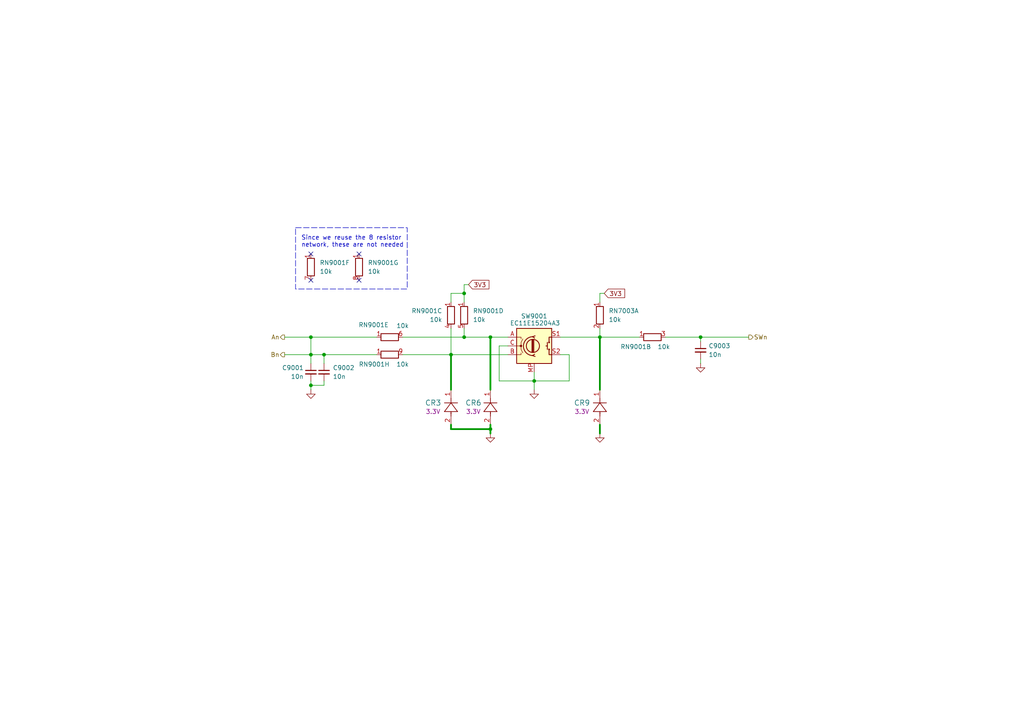
<source format=kicad_sch>
(kicad_sch (version 20250114) (generator "eeschema") (generator_version "9.0")
  (paper "A4")
  (lib_symbols
    (symbol "Device:C_Small" (pin_numbers (hide yes)) (pin_names (offset 0.254) (hide yes))
      (property "Reference" "C" (at 0.254 1.778 0))
      (property "Value" "C_Small" (at 0.254 -2.032 0))
      (symbol "C_Small_0_1"
        (polyline (pts (xy -1.524 0.508) (xy 1.524 0.508)) (stroke (width 0.3048)))
        (polyline (pts (xy -1.524 -0.508) (xy 1.524 -0.508)) (stroke (width 0.3302)))
      )
      (symbol "C_Small_1_1"
        (pin passive line (at 0 2.54 270) (length 2.032) (name "~") (number "1"))
        (pin passive line (at 0 -2.54 90) (length 2.032) (name "~") (number "2"))
      )
    )
    (symbol "Device:R_Network08_Split" (pin_names (offset 0) (hide yes))
      (property "Reference" "RN" (at 2.032 0 90))
      (property "Value" "R_Network08_Split" (at 0 0 90))
      (symbol "R_Network08_Split_0_1"
        (rectangle (start 1.016 2.54) (end -1.016 -2.54) (stroke (width 0.254)))
        (pin passive line (at 0 3.81 270) (length 1.27) (name "R1") (number "1"))
      )
      (symbol "R_Network08_Split_1_1"
        (pin passive line (at 0 -3.81 90) (length 1.27) (name "R1.2") (number "2"))
      )
      (symbol "R_Network08_Split_2_1"
        (pin passive line (at 0 -3.81 90) (length 1.27) (name "R2.2") (number "3"))
      )
      (symbol "R_Network08_Split_3_1"
        (pin passive line (at 0 -3.81 90) (length 1.27) (name "R3.2") (number "4"))
      )
      (symbol "R_Network08_Split_4_1"
        (pin passive line (at 0 -3.81 90) (length 1.27) (name "R4.2") (number "5"))
      )
      (symbol "R_Network08_Split_5_1"
        (pin passive line (at 0 -3.81 90) (length 1.27) (name "R5.2") (number "6"))
      )
      (symbol "R_Network08_Split_6_1"
        (pin passive line (at 0 -3.81 90) (length 1.27) (name "R6.2") (number "7"))
      )
      (symbol "R_Network08_Split_7_1"
        (pin passive line (at 0 -3.81 90) (length 1.27) (name "R7.2") (number "8"))
      )
      (symbol "R_Network08_Split_8_1"
        (pin passive line (at 0 -3.81 90) (length 1.27) (name "R8.2") (number "9"))
      )
    )
    (symbol "Device:RotaryEncoder_Switch_MP" (pin_names (offset 0.254) (hide yes))
      (property "Reference" "SW" (at 0 8.89 0))
      (property "Value" "RotaryEncoder_Switch_MP" (at 0 6.35 0))
      (symbol "RotaryEncoder_Switch_MP_0_1"
        (rectangle (start -5.08 5.08) (end 5.08 -5.08) (stroke (width 0.254)) (fill (type background)))
        (polyline (pts (xy -5.08 2.54) (xy -3.81 2.54) (xy -3.81 2.032)))
        (polyline (pts (xy -5.08 0) (xy -3.81 0) (xy -3.81 -1.016) (xy -3.302 -2.032)))
        (polyline (pts (xy -5.08 -2.54) (xy -3.81 -2.54) (xy -3.81 -2.032)))
        (polyline (pts (xy -4.318 0) (xy -3.81 0) (xy -3.81 1.016) (xy -3.302 2.032)))
        (circle (center -3.81 0) (radius 0.254) (fill (type outline)))
        (polyline (pts (xy -0.635 -1.778) (xy -0.635 1.778)) (stroke (width 0.254)))
        (circle (center -0.381 0) (radius 1.905) (stroke (width 0.254)))
        (polyline (pts (xy -0.381 -1.778) (xy -0.381 1.778)) (stroke (width 0.254)))
        (arc (start -0.381 -2.794) (mid -3.0988 -0.0635) (end -0.381 2.667) (stroke (width 0.254)))
        (polyline (pts (xy -0.127 1.778) (xy -0.127 -1.778)) (stroke (width 0.254)))
        (polyline (pts (xy 0.254 2.921) (xy -0.508 2.667) (xy 0.127 2.286)) (stroke (width 0.254)))
        (polyline (pts (xy 0.254 -3.048) (xy -0.508 -2.794) (xy 0.127 -2.413)) (stroke (width 0.254)))
        (polyline (pts (xy 3.81 1.016) (xy 3.81 -1.016)) (stroke (width 0.254)))
        (polyline (pts (xy 3.81 0) (xy 3.429 0)) (stroke (width 0.254)))
        (circle (center 4.318 1.016) (radius 0.127) (stroke (width 0.254)))
        (circle (center 4.318 -1.016) (radius 0.127) (stroke (width 0.254)))
        (polyline (pts (xy 5.08 2.54) (xy 4.318 2.54) (xy 4.318 1.016)) (stroke (width 0.254)))
        (polyline (pts (xy 5.08 -2.54) (xy 4.318 -2.54) (xy 4.318 -1.016)) (stroke (width 0.254)))
      )
      (symbol "RotaryEncoder_Switch_MP_1_1"
        (pin passive line (at -7.62 2.54 0) (length 2.54) (name "A") (number "A"))
        (pin passive line (at -7.62 0 0) (length 2.54) (name "C") (number "C"))
        (pin passive line (at -7.62 -2.54 0) (length 2.54) (name "B") (number "B"))
        (pin passive line (at 0 -7.62 90) (length 2.54) (name "MP") (number "MP"))
        (pin passive line (at 7.62 2.54 180) (length 2.54) (name "S1") (number "S1"))
        (pin passive line (at 7.62 -2.54 180) (length 2.54) (name "S2") (number "S2"))
      )
    )
    (symbol "PJSD03TS-AU_R1_000A1:PJSD03TS-AU_R1_000A1" (pin_names (offset 0.254))
      (property "Reference" "CR" (at 5.08 4.445 0))
      (property "Value" "PJSD03TS-AU_R1_000A1" (at 5.08 -3.81 0))
      (symbol "PJSD03TS-AU_R1_000A1_1_1"
        (polyline (pts (xy 2.54 0) (xy 3.4798 0)) (stroke (width 0.2032)))
        (polyline (pts (xy 3.175 0) (xy 3.81 0)) (stroke (width 0.2032)))
        (polyline (pts (xy 3.81 1.905) (xy 3.81 -1.905)) (stroke (width 0.2032)))
        (polyline (pts (xy 3.81 -1.905) (xy 6.35 0)) (stroke (width 0.2032)))
        (polyline (pts (xy 6.35 0) (xy 3.81 1.905)) (stroke (width 0.2032)))
        (polyline (pts (xy 6.35 0) (xy 7.62 0)) (stroke (width 0.2032)))
        (polyline (pts (xy 6.35 -1.905) (xy 6.35 1.905)) (stroke (width 0.2032)))
        (pin unspecified line (at 0 0 0) (length 2.54) (name "") (number "2"))
        (pin unspecified line (at 10.16 0 180) (length 2.54) (name "") (number "1"))
      )
      (symbol "PJSD03TS-AU_R1_000A1_1_2"
        (polyline (pts (xy -1.905 3.81) (xy 1.905 3.81)) (stroke (width 0.2032)))
        (polyline (pts (xy 0 6.35) (xy -1.905 3.81)) (stroke (width 0.2032)))
        (polyline (pts (xy 0 6.35) (xy 0 7.62)) (stroke (width 0.2032)))
        (polyline (pts (xy 0 3.175) (xy 0 3.81)) (stroke (width 0.2032)))
        (polyline (pts (xy 0 2.54) (xy 0 3.4798)) (stroke (width 0.2032)))
        (polyline (pts (xy 1.905 6.35) (xy -1.905 6.35)) (stroke (width 0.2032)))
        (polyline (pts (xy 1.905 3.81) (xy 0 6.35)) (stroke (width 0.2032)))
        (pin unspecified line (at 0 10.16 270) (length 2.54) (name "") (number "1"))
        (pin unspecified line (at 0 0 90) (length 2.54) (name "") (number "2"))
      )
    )
    (symbol "power:GND" (power) (pin_numbers (hide yes)) (pin_names (offset 0) (hide yes))
      (property "Value" "GND" (at 0 -3.81 0))
      (symbol "GND_0_1"
        (polyline (pts (xy 0 0) (xy 0 -1.27) (xy 1.27 -1.27) (xy 0 -2.54) (xy -1.27 -1.27) (xy 0 -1.27)))
      )
      (symbol "GND_1_1"
        (pin power_in line (at 0 0 270) (length 0) (name "~") (number "1"))
      )
    )
  )
  (rectangle (start 85.725 66.04) (end 118.11 83.82) (stroke (width 0) (type dash)))
  (text "Since we reuse the 8 resistor\nnetwork, these are not needed" (at 87.376 70.104 0) (effects (font (size 1.27 1.27)) (justify left)))
  (junction (at 154.94 110.49))
  (junction (at 134.62 85.09))
  (junction (at 93.98 102.87))
  (junction (at 134.62 97.79))
  (junction (at 203.2 97.79))
  (junction (at 90.17 102.87))
  (junction (at 142.24 97.79))
  (junction (at 90.17 97.79))
  (junction (at 142.24 124.46))
  (junction (at 90.17 111.76))
  (junction (at 173.99 97.79))
  (junction (at 130.81 102.87))
  (no_connect (at 90.17 73.66))
  (no_connect (at 104.14 73.66))
  (no_connect (at 104.14 81.28))
  (no_connect (at 90.17 81.28))
  (wire (pts (xy 173.99 113.03) (xy 173.99 97.79)) (stroke (width 0.508)))
  (wire (pts (xy 135.89 82.55) (xy 134.62 82.55)))
  (wire (pts (xy 173.99 97.79) (xy 185.42 97.79)))
  (wire (pts (xy 90.17 102.87) (xy 90.17 105.41)))
  (wire (pts (xy 116.84 102.87) (xy 130.81 102.87)))
  (wire (pts (xy 130.81 124.46) (xy 142.24 124.46)) (stroke (width 0.508)))
  (wire (pts (xy 142.24 123.19) (xy 142.24 124.46)) (stroke (width 0.508)))
  (wire (pts (xy 203.2 97.79) (xy 203.2 99.06)))
  (wire (pts (xy 144.78 110.49) (xy 154.94 110.49)))
  (wire (pts (xy 142.24 113.03) (xy 142.24 97.79)) (stroke (width 0.508)))
  (wire (pts (xy 90.17 111.76) (xy 93.98 111.76)))
  (wire (pts (xy 175.26 85.09) (xy 173.99 85.09)))
  (wire (pts (xy 90.17 102.87) (xy 93.98 102.87)))
  (wire (pts (xy 134.62 97.79) (xy 142.24 97.79)))
  (wire (pts (xy 130.81 123.19) (xy 130.81 124.46)) (stroke (width 0.508)))
  (wire (pts (xy 154.94 107.95) (xy 154.94 110.49)))
  (wire (pts (xy 154.94 110.49) (xy 154.94 113.03)))
  (wire (pts (xy 203.2 104.14) (xy 203.2 105.41)))
  (wire (pts (xy 116.84 97.79) (xy 134.62 97.79)))
  (wire (pts (xy 142.24 97.79) (xy 147.32 97.79)))
  (wire (pts (xy 93.98 111.76) (xy 93.98 110.49)))
  (wire (pts (xy 165.1 102.87) (xy 162.56 102.87)))
  (wire (pts (xy 93.98 102.87) (xy 109.22 102.87)))
  (wire (pts (xy 142.24 124.46) (xy 142.24 125.73)) (stroke (width 0.508)))
  (wire (pts (xy 173.99 85.09) (xy 173.99 87.63)))
  (wire (pts (xy 147.32 100.33) (xy 144.78 100.33)))
  (wire (pts (xy 134.62 82.55) (xy 134.62 85.09)))
  (wire (pts (xy 193.04 97.79) (xy 203.2 97.79)))
  (wire (pts (xy 93.98 102.87) (xy 93.98 105.41)))
  (wire (pts (xy 82.55 97.79) (xy 90.17 97.79)))
  (wire (pts (xy 154.94 110.49) (xy 165.1 110.49)))
  (wire (pts (xy 90.17 110.49) (xy 90.17 111.76)))
  (wire (pts (xy 130.81 85.09) (xy 130.81 87.63)))
  (wire (pts (xy 144.78 100.33) (xy 144.78 110.49)))
  (wire (pts (xy 130.81 95.25) (xy 130.81 102.87)))
  (wire (pts (xy 165.1 110.49) (xy 165.1 102.87)))
  (wire (pts (xy 134.62 95.25) (xy 134.62 97.79)))
  (wire (pts (xy 90.17 97.79) (xy 109.22 97.79)))
  (wire (pts (xy 134.62 85.09) (xy 134.62 87.63)))
  (wire (pts (xy 162.56 97.79) (xy 173.99 97.79)))
  (wire (pts (xy 130.81 102.87) (xy 130.81 113.03)) (stroke (width 0.508)))
  (wire (pts (xy 90.17 97.79) (xy 90.17 102.87)))
  (wire (pts (xy 90.17 111.76) (xy 90.17 113.03)))
  (wire (pts (xy 173.99 125.73) (xy 173.99 123.19)) (stroke (width 0.508)))
  (wire (pts (xy 130.81 85.09) (xy 134.62 85.09)))
  (wire (pts (xy 82.55 102.87) (xy 90.17 102.87)))
  (wire (pts (xy 130.81 102.87) (xy 147.32 102.87)))
  (wire (pts (xy 173.99 95.25) (xy 173.99 97.79)))
  (wire (pts (xy 203.2 97.79) (xy 217.17 97.79)))
  (global_label "3V3" (shape input) (at 175.26 85.09 0) (property "Intersheetrefs" "${INTERSHEET_REFS}" (effects (hide yes))))
  (global_label "3V3" (shape input) (at 135.89 82.55 0) (property "Intersheetrefs" "${INTERSHEET_REFS}" (effects (hide yes))))
  (hierarchical_label "SWn" (shape output) (at 217.17 97.79 0))
  (hierarchical_label "An" (shape output) (at 82.55 97.79 180))
  (hierarchical_label "Bn" (shape output) (at 82.55 102.87 180))
  (symbol (lib_id "Device:R_Network08_Split") (at 134.62 91.44 0) (unit 4)
    (property "Reference" "RN7001" (at 137.16 90.1699 0) (effects (justify left)))
    (property "Value" "10k" (at 137.16 92.7099 0) (effects (justify left)))
    (property "Footprint" "Resistor_THT:R_Array_SIP9" (effects (hide yes)))
    (property "Datasheet" "http://www.vishay.com/docs/31509/csc.pdf" (effects (hide yes)))
    (property "Description" "8 resistor network, star topology, bussed resistors, split" (effects (hide yes)))
    (instances (project "controller" (path "" (reference "RN9001") (unit 4)) (path "" (reference "RN7001") (unit 4)) (path "" (reference "RN8001") (unit 4))))
  )
  (symbol (lib_id "Device:C_Small") (at 203.2 101.6 0) (mirror y) (unit 1)
    (property "Reference" "C7003" (at 211.836 100.33 0) (effects (justify left)))
    (property "Value" "10n" (at 209.296 102.87 0) (effects (justify left)))
    (property "Description" "Unpolarized capacitor, small symbol" (effects (hide yes)))
    (instances (project "controller" (path "" (reference "C9003") (unit 1)) (path "" (reference "C7003") (unit 1)) (path "" (reference "C8003") (unit 1))))
  )
  (symbol (lib_id "Device:R_Network08_Split") (at 130.81 91.44 0) (mirror y) (unit 3)
    (property "Reference" "RN7001" (at 128.27 90.1699 0) (effects (justify left)))
    (property "Value" "10k" (at 128.27 92.7099 0) (effects (justify left)))
    (property "Footprint" "Resistor_THT:R_Array_SIP9" (effects (hide yes)))
    (property "Datasheet" "http://www.vishay.com/docs/31509/csc.pdf" (effects (hide yes)))
    (property "Description" "8 resistor network, star topology, bussed resistors, split" (effects (hide yes)))
    (instances (project "controller" (path "" (reference "RN9001") (unit 3)) (path "" (reference "RN7001") (unit 3)) (path "" (reference "RN8001") (unit 3))))
  )
  (symbol (lib_id "Device:R_Network08_Split") (at 173.99 91.44 0) (unit 1)
    (property "Reference" "RN7001" (at 176.53 90.1699 0) (effects (justify left)))
    (property "Value" "10k" (at 176.53 92.7099 0) (effects (justify left)))
    (property "Footprint" "Resistor_THT:R_Array_SIP9" (effects (hide yes)))
    (property "Datasheet" "http://www.vishay.com/docs/31509/csc.pdf" (effects (hide yes)))
    (property "Description" "8 resistor network, star topology, bussed resistors, split" (effects (hide yes)))
    (instances (project "controller" (path "" (reference "RN7003") (unit 1)) (path "" (reference "RN7001") (unit 1)) (path "" (reference "RN7002") (unit 1))))
  )
  (symbol (lib_id "Device:C_Small") (at 93.98 107.95 0) (unit 1)
    (property "Reference" "C7002" (at 96.52 106.6862 0) (effects (justify left)))
    (property "Value" "10n" (at 96.52 109.2262 0) (effects (justify left)))
    (property "Description" "Unpolarized capacitor, small symbol" (effects (hide yes)))
    (instances (project "controller" (path "" (reference "C9002") (unit 1)) (path "" (reference "C7002") (unit 1)) (path "" (reference "C8002") (unit 1))))
  )
  (symbol (lib_id "Device:R_Network08_Split") (at 113.03 102.87 90) (mirror x) (unit 8)
    (property "Reference" "RN7001" (at 113.03 105.664 90) (effects (justify left)))
    (property "Value" "10k" (at 118.618 105.664 90) (effects (justify left)))
    (property "Footprint" "Resistor_THT:R_Array_SIP9" (effects (hide yes)))
    (property "Datasheet" "http://www.vishay.com/docs/31509/csc.pdf" (effects (hide yes)))
    (property "Description" "8 resistor network, star topology, bussed resistors, split" (effects (hide yes)))
    (instances (project "controller" (path "" (reference "RN9001") (unit 8)) (path "" (reference "RN7001") (unit 8)) (path "" (reference "RN8001") (unit 8))))
  )
  (symbol (lib_id "Device:R_Network08_Split") (at 113.03 97.79 90) (unit 5)
    (property "Reference" "RN7001" (at 112.776 94.234 90) (effects (justify left)))
    (property "Value" "10k" (at 118.618 94.488 90) (effects (justify left)))
    (property "Footprint" "Resistor_THT:R_Array_SIP9" (effects (hide yes)))
    (property "Datasheet" "http://www.vishay.com/docs/31509/csc.pdf" (effects (hide yes)))
    (property "Description" "8 resistor network, star topology, bussed resistors, split" (effects (hide yes)))
    (instances (project "controller" (path "" (reference "RN9001") (unit 5)) (path "" (reference "RN7001") (unit 5)) (path "" (reference "RN8001") (unit 5))))
  )
  (symbol (lib_id "Device:C_Small") (at 90.17 107.95 0) (unit 1)
    (property "Reference" "C7001" (at 81.788 106.68 0) (effects (justify left)))
    (property "Value" "10n" (at 84.328 109.22 0) (effects (justify left)))
    (property "Description" "Unpolarized capacitor, small symbol" (effects (hide yes)))
    (instances (project "controller" (path "" (reference "C9001") (unit 1)) (path "" (reference "C7001") (unit 1)) (path "" (reference "C8001") (unit 1))))
  )
  (symbol (lib_id "Device:R_Network08_Split") (at 90.17 77.47 0) (unit 6)
    (property "Reference" "RN7001" (at 92.71 76.1999 0) (effects (justify left)))
    (property "Value" "10k" (at 92.71 78.7399 0) (effects (justify left)))
    (property "Footprint" "Resistor_THT:R_Array_SIP9" (effects (hide yes)))
    (property "Datasheet" "http://www.vishay.com/docs/31509/csc.pdf" (effects (hide yes)))
    (property "Description" "8 resistor network, star topology, bussed resistors, split" (effects (hide yes)))
    (instances (project "controller" (path "" (reference "RN9001") (unit 6)) (path "" (reference "RN7001") (unit 6)) (path "" (reference "RN8001") (unit 6))))
  )
  (symbol (lib_id "PJSD03TS-AU_R1_000A1:PJSD03TS-AU_R1_000A1") (at 130.81 123.19 270) (mirror x) (unit 1)
    (property "Reference" "CR1" (at 128.016 116.84 90) (effects (font (size 1.524 1.524)) (justify right)))
    (property "Value" "PJSD03TS-AU_R1_000A1" (effects (hide yes)))
    (property "Footprint" "CR_SOD-523_PNJ" (effects (hide yes)))
    (property "Datasheet" "PJSD03TS-AU_R1_000A1" (effects (hide yes)))
    (property "Voltage" "3.3V" (at 123.444 119.3801 90) (effects (justify left)))
    (instances (project "" (path "" (reference "CR3") (unit 1)) (path "" (reference "CR1") (unit 1)) (path "" (reference "CR2") (unit 1))))
  )
  (symbol (lib_id "power:GND") (at 203.2 105.41 0) (unit 1)
    (property "Reference" "#PWR07003" (effects (hide yes)))
    (property "Value" "GND" (effects (hide yes)))
    (property "Description" "Power symbol creates a global label with name \"GND\" , ground" (effects (hide yes)))
    (instances (project "controller" (path "" (reference "#PWR09003") (unit 1)) (path "" (reference "#PWR07003") (unit 1)) (path "" (reference "#PWR08003") (unit 1))))
  )
  (symbol (lib_id "Device:RotaryEncoder_Switch_MP") (at 154.94 100.33 0) (unit 1)
    (property "Reference" "SW7001" (at 154.94 91.694 0))
    (property "Value" "EC11E15204A3" (at 155.194 93.726 0))
    (property "Footprint" "Rotary_Encoder:RotaryEncoder_Alps_EC11E-Switch_Vertical_H20mm" (effects (hide yes)))
    (property "Description" "Rotary encoder, dual channel, incremental quadrate outputs, with switch and MP Pin" (effects (hide yes)))
    (instances (project "controller" (path "" (reference "SW9001") (unit 1)) (path "" (reference "SW7001") (unit 1)) (path "" (reference "SW8001") (unit 1))))
  )
  (symbol (lib_id "power:GND") (at 90.17 113.03 0) (unit 1)
    (property "Reference" "#PWR07001" (effects (hide yes)))
    (property "Value" "GND" (effects (hide yes)))
    (property "Description" "Power symbol creates a global label with name \"GND\" , ground" (effects (hide yes)))
    (instances (project "controller" (path "" (reference "#PWR09001") (unit 1)) (path "" (reference "#PWR07001") (unit 1)) (path "" (reference "#PWR08001") (unit 1))))
  )
  (symbol (lib_id "PJSD03TS-AU_R1_000A1:PJSD03TS-AU_R1_000A1") (at 142.24 123.19 270) (mirror x) (unit 1)
    (property "Reference" "CR4" (at 139.7 116.8399 90) (effects (font (size 1.524 1.524)) (justify right)))
    (property "Value" "PJSD03TS-AU_R1_000A1" (effects (hide yes)))
    (property "Footprint" "CR_SOD-523_PNJ" (effects (hide yes)))
    (property "Datasheet" "PJSD03TS-AU_R1_000A1" (effects (hide yes)))
    (property "Voltage" "3.3V" (at 135.128 119.38 90) (effects (justify left)))
    (instances (project "controller" (path "" (reference "CR6") (unit 1)) (path "" (reference "CR4") (unit 1)) (path "" (reference "CR5") (unit 1))))
  )
  (symbol (lib_id "power:GND") (at 154.94 113.03 0) (unit 1)
    (property "Reference" "#PWR07002" (effects (hide yes)))
    (property "Value" "GND" (effects (hide yes)))
    (property "Description" "Power symbol creates a global label with name \"GND\" , ground" (effects (hide yes)))
    (instances (project "controller" (path "" (reference "#PWR09002") (unit 1)) (path "" (reference "#PWR07002") (unit 1)) (path "" (reference "#PWR08002") (unit 1))))
  )
  (symbol (lib_id "power:GND") (at 142.24 125.73 0) (unit 1)
    (property "Reference" "#PWR07004" (effects (hide yes)))
    (property "Value" "GND" (effects (hide yes)))
    (property "Description" "Power symbol creates a global label with name \"GND\" , ground" (effects (hide yes)))
    (instances (project "controller" (path "" (reference "#PWR07006") (unit 1)) (path "" (reference "#PWR07004") (unit 1)) (path "" (reference "#PWR07005") (unit 1))))
  )
  (symbol (lib_id "PJSD03TS-AU_R1_000A1:PJSD03TS-AU_R1_000A1") (at 173.99 123.19 270) (mirror x) (unit 1)
    (property "Reference" "CR7" (at 171.196 116.84 90) (effects (font (size 1.524 1.524)) (justify right)))
    (property "Value" "PJSD03TS-AU_R1_000A1" (effects (hide yes)))
    (property "Footprint" "CR_SOD-523_PNJ" (effects (hide yes)))
    (property "Datasheet" "PJSD03TS-AU_R1_000A1" (effects (hide yes)))
    (property "Voltage" "3.3V" (at 166.624 119.3801 90) (effects (justify left)))
    (instances (project "controller" (path "" (reference "CR9") (unit 1)) (path "" (reference "CR7") (unit 1)) (path "" (reference "CR8") (unit 1))))
  )
  (symbol (lib_id "Device:R_Network08_Split") (at 104.14 77.47 0) (unit 7)
    (property "Reference" "RN7001" (at 106.68 76.1999 0) (effects (justify left)))
    (property "Value" "10k" (at 106.68 78.7399 0) (effects (justify left)))
    (property "Footprint" "Resistor_THT:R_Array_SIP9" (effects (hide yes)))
    (property "Datasheet" "http://www.vishay.com/docs/31509/csc.pdf" (effects (hide yes)))
    (property "Description" "8 resistor network, star topology, bussed resistors, split" (effects (hide yes)))
    (instances (project "controller" (path "" (reference "RN9001") (unit 7)) (path "" (reference "RN7001") (unit 7)) (path "" (reference "RN8001") (unit 7))))
  )
  (symbol (lib_id "Device:R_Network08_Split") (at 189.23 97.79 90) (unit 2)
    (property "Reference" "RN7001" (at 184.404 100.584 90))
    (property "Value" "10k" (at 192.532 100.584 90))
    (property "Footprint" "Resistor_THT:R_Array_SIP9" (effects (hide yes)))
    (property "Datasheet" "http://www.vishay.com/docs/31509/csc.pdf" (effects (hide yes)))
    (property "Description" "8 resistor network, star topology, bussed resistors, split" (effects (hide yes)))
    (instances (project "controller" (path "" (reference "RN9001") (unit 2)) (path "" (reference "RN7001") (unit 2)) (path "" (reference "RN8001") (unit 2))))
  )
  (symbol (lib_id "power:GND") (at 173.99 125.73 0) (unit 1)
    (property "Reference" "#PWR07007" (effects (hide yes)))
    (property "Value" "GND" (effects (hide yes)))
    (property "Description" "Power symbol creates a global label with name \"GND\" , ground" (effects (hide yes)))
    (instances (project "controller" (path "" (reference "#PWR07009") (unit 1)) (path "" (reference "#PWR07007") (unit 1)) (path "" (reference "#PWR07008") (unit 1))))
  )
)
</source>
